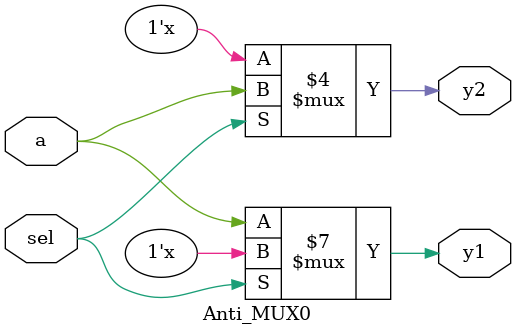
<source format=sv>
module MUX1 #(parameter N=4)(a, b, sel, y);
input logic [N-1:0]a;
input logic [N-1:0]b;
input logic sel;
output logic [N-1:0]y;
always_comb
begin
if(sel == 1)
y = a;
else
y = b;
end
endmodule

module MUX0 (a, b, sel, y);
input logic a,b;
input logic sel;
output logic y;
always_comb
begin
if(sel == 1)
y = a;
else
y = b;
end
endmodule





module Anti_MUX1 #(parameter N=4)(a, sel, y1,y2);
input logic [N-1:0]a;
input logic sel;
output logic [N-1:0]y1;
output logic [N-1:0]y2;
always_comb
begin
if(sel == 1)
y2 = a;
else
y1 = a;
end
endmodule







module Anti_MUX0 (a, sel, y1,y2);
input logic a;
input logic sel;
output logic y1;
output logic y2;
always_comb
begin
if(sel == 1)
y2 = a;
else
y1 = a;
end
endmodule


</source>
